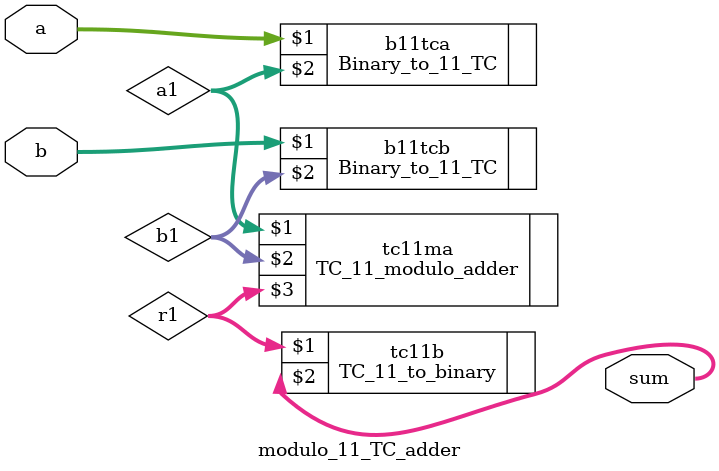
<source format=v>
`timescale 1ns / 1ps
module modulo_11_TC_adder(a,b,sum);
    input [4:1]a,b;
    output [4:1]sum;
    wire [10:1]a1,b1,r1;
    Binary_to_11_TC b11tca(a,a1);
    Binary_to_11_TC b11tcb(b,b1);
    TC_11_modulo_adder tc11ma(a1,b1,r1);
    TC_11_to_binary tc11b(r1,sum);
endmodule

</source>
